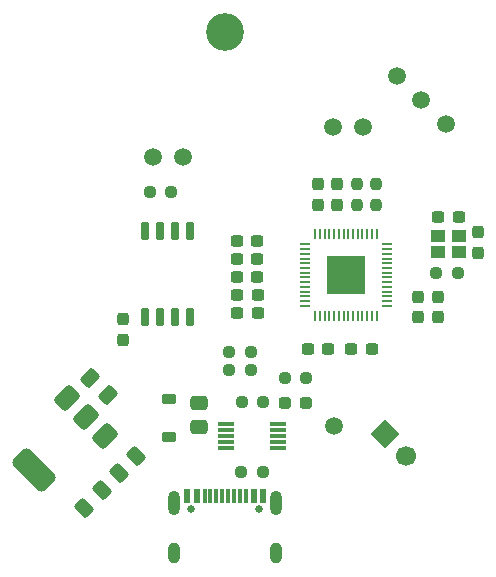
<source format=gbs>
G04 #@! TF.GenerationSoftware,KiCad,Pcbnew,7.0.10*
G04 #@! TF.CreationDate,2024-04-20T00:48:07+02:00*
G04 #@! TF.ProjectId,ledDisplay,6c656444-6973-4706-9c61-792e6b696361,rev?*
G04 #@! TF.SameCoordinates,Original*
G04 #@! TF.FileFunction,Soldermask,Bot*
G04 #@! TF.FilePolarity,Negative*
%FSLAX46Y46*%
G04 Gerber Fmt 4.6, Leading zero omitted, Abs format (unit mm)*
G04 Created by KiCad (PCBNEW 7.0.10) date 2024-04-20 00:48:07*
%MOMM*%
%LPD*%
G01*
G04 APERTURE LIST*
G04 Aperture macros list*
%AMRoundRect*
0 Rectangle with rounded corners*
0 $1 Rounding radius*
0 $2 $3 $4 $5 $6 $7 $8 $9 X,Y pos of 4 corners*
0 Add a 4 corners polygon primitive as box body*
4,1,4,$2,$3,$4,$5,$6,$7,$8,$9,$2,$3,0*
0 Add four circle primitives for the rounded corners*
1,1,$1+$1,$2,$3*
1,1,$1+$1,$4,$5*
1,1,$1+$1,$6,$7*
1,1,$1+$1,$8,$9*
0 Add four rect primitives between the rounded corners*
20,1,$1+$1,$2,$3,$4,$5,0*
20,1,$1+$1,$4,$5,$6,$7,0*
20,1,$1+$1,$6,$7,$8,$9,0*
20,1,$1+$1,$8,$9,$2,$3,0*%
%AMHorizOval*
0 Thick line with rounded ends*
0 $1 width*
0 $2 $3 position (X,Y) of the first rounded end (center of the circle)*
0 $4 $5 position (X,Y) of the second rounded end (center of the circle)*
0 Add line between two ends*
20,1,$1,$2,$3,$4,$5,0*
0 Add two circle primitives to create the rounded ends*
1,1,$1,$2,$3*
1,1,$1,$4,$5*%
%AMRotRect*
0 Rectangle, with rotation*
0 The origin of the aperture is its center*
0 $1 length*
0 $2 width*
0 $3 Rotation angle, in degrees counterclockwise*
0 Add horizontal line*
21,1,$1,$2,0,0,$3*%
G04 Aperture macros list end*
%ADD10C,3.200000*%
%ADD11C,1.500000*%
%ADD12RoundRect,0.237500X0.300000X0.237500X-0.300000X0.237500X-0.300000X-0.237500X0.300000X-0.237500X0*%
%ADD13RoundRect,0.237500X-0.250000X-0.237500X0.250000X-0.237500X0.250000X0.237500X-0.250000X0.237500X0*%
%ADD14R,1.150000X1.000000*%
%ADD15RoundRect,0.250000X-0.097227X0.574524X-0.574524X0.097227X0.097227X-0.574524X0.574524X-0.097227X0*%
%ADD16R,1.400000X0.300000*%
%ADD17RoundRect,0.237500X-0.237500X0.300000X-0.237500X-0.300000X0.237500X-0.300000X0.237500X0.300000X0*%
%ADD18RoundRect,0.237500X-0.300000X-0.237500X0.300000X-0.237500X0.300000X0.237500X-0.300000X0.237500X0*%
%ADD19RoundRect,0.150000X-0.150000X0.650000X-0.150000X-0.650000X0.150000X-0.650000X0.150000X0.650000X0*%
%ADD20RoundRect,0.237500X-0.287500X-0.237500X0.287500X-0.237500X0.287500X0.237500X-0.287500X0.237500X0*%
%ADD21RoundRect,0.225000X-0.375000X0.225000X-0.375000X-0.225000X0.375000X-0.225000X0.375000X0.225000X0*%
%ADD22RoundRect,0.237500X0.237500X-0.300000X0.237500X0.300000X-0.237500X0.300000X-0.237500X-0.300000X0*%
%ADD23RoundRect,0.237500X0.237500X-0.250000X0.237500X0.250000X-0.237500X0.250000X-0.237500X-0.250000X0*%
%ADD24RotRect,1.700000X1.700000X225.000000*%
%ADD25HorizOval,1.700000X0.000000X0.000000X0.000000X0.000000X0*%
%ADD26RoundRect,0.250000X0.475000X-0.337500X0.475000X0.337500X-0.475000X0.337500X-0.475000X-0.337500X0*%
%ADD27RoundRect,0.250000X0.574524X0.097227X0.097227X0.574524X-0.574524X-0.097227X-0.097227X-0.574524X0*%
%ADD28RoundRect,0.237500X0.250000X0.237500X-0.250000X0.237500X-0.250000X-0.237500X0.250000X-0.237500X0*%
%ADD29RoundRect,0.250000X0.097227X-0.574524X0.574524X-0.097227X-0.097227X0.574524X-0.574524X0.097227X0*%
%ADD30RoundRect,0.375000X0.176777X0.707107X-0.707107X-0.176777X-0.176777X-0.707107X0.707107X0.176777X0*%
%ADD31RoundRect,0.500000X-0.636396X1.343503X-1.343503X0.636396X0.636396X-1.343503X1.343503X-0.636396X0*%
%ADD32C,0.650000*%
%ADD33R,0.600000X1.240000*%
%ADD34R,0.300000X1.240000*%
%ADD35O,1.000000X1.800000*%
%ADD36O,1.000000X2.100000*%
%ADD37RoundRect,0.050000X-0.050000X0.387500X-0.050000X-0.387500X0.050000X-0.387500X0.050000X0.387500X0*%
%ADD38RoundRect,0.050000X-0.387500X0.050000X-0.387500X-0.050000X0.387500X-0.050000X0.387500X0.050000X0*%
%ADD39R,3.200000X3.200000*%
G04 APERTURE END LIST*
D10*
X173000000Y-66000000D03*
D11*
X189611000Y-71755000D03*
D12*
X175715000Y-86741000D03*
X173990000Y-86741000D03*
D13*
X190857500Y-86360000D03*
X192682500Y-86360000D03*
D11*
X166878000Y-76581000D03*
D14*
X192772000Y-84647000D03*
X191022000Y-84647000D03*
X191022000Y-83247000D03*
X192772000Y-83247000D03*
D15*
X162531623Y-104803377D03*
X161064377Y-106270623D03*
D16*
X173101000Y-101203000D03*
X173101000Y-100703000D03*
X173101000Y-100203000D03*
X173101000Y-99703000D03*
X173101000Y-99203000D03*
X177501000Y-99203000D03*
X177501000Y-99703000D03*
X177501000Y-100203000D03*
X177501000Y-100703000D03*
X177501000Y-101203000D03*
D17*
X191008000Y-88418500D03*
X191008000Y-90143500D03*
D11*
X184658000Y-74041000D03*
D18*
X179985500Y-92837000D03*
X181710500Y-92837000D03*
D19*
X166243000Y-82887000D03*
X167513000Y-82887000D03*
X168783000Y-82887000D03*
X170053000Y-82887000D03*
X170053000Y-90087000D03*
X168783000Y-90087000D03*
X167513000Y-90087000D03*
X166243000Y-90087000D03*
D20*
X178068000Y-97409000D03*
X179818000Y-97409000D03*
D12*
X175741500Y-89789000D03*
X174016500Y-89789000D03*
D11*
X169418000Y-76581000D03*
X191676459Y-73820459D03*
D21*
X168275000Y-97029000D03*
X168275000Y-100329000D03*
D12*
X175741500Y-88265000D03*
X174016500Y-88265000D03*
D13*
X178030500Y-95250000D03*
X179855500Y-95250000D03*
D22*
X182499000Y-80618500D03*
X182499000Y-78893500D03*
D12*
X192759500Y-81661000D03*
X191034500Y-81661000D03*
D23*
X184150000Y-80668500D03*
X184150000Y-78843500D03*
D11*
X182118000Y-74041000D03*
D24*
X186544949Y-100057949D03*
D25*
X188341000Y-101854000D03*
D17*
X164338000Y-90323500D03*
X164338000Y-92048500D03*
D26*
X170815000Y-99462500D03*
X170815000Y-97387500D03*
D13*
X174347500Y-103251000D03*
X176172500Y-103251000D03*
D17*
X194437000Y-82957500D03*
X194437000Y-84682500D03*
D11*
X182245000Y-99314000D03*
D27*
X163039623Y-96745623D03*
X161572377Y-95278377D03*
D12*
X185393500Y-92837000D03*
X183668500Y-92837000D03*
D22*
X180848000Y-80618500D03*
X180848000Y-78893500D03*
D28*
X168425500Y-79502000D03*
X166600500Y-79502000D03*
D11*
X187545541Y-69689541D03*
D12*
X175715000Y-85217000D03*
X173990000Y-85217000D03*
D29*
X163985377Y-103349623D03*
X165452623Y-101882377D03*
D30*
X159605041Y-96984268D03*
X161231386Y-98610614D03*
D31*
X156776614Y-103065386D03*
D30*
X162857732Y-100236959D03*
D32*
X175890000Y-106395000D03*
X170110000Y-106395000D03*
D33*
X176200000Y-105275000D03*
X175400000Y-105275000D03*
D34*
X174250000Y-105275000D03*
X173250000Y-105275000D03*
X172750000Y-105275000D03*
X171750000Y-105275000D03*
D33*
X170600000Y-105275000D03*
X169800000Y-105275000D03*
X169800000Y-105275000D03*
X170600000Y-105275000D03*
D34*
X171250000Y-105275000D03*
X172250000Y-105275000D03*
X173750000Y-105275000D03*
X174750000Y-105275000D03*
D33*
X175400000Y-105275000D03*
X176200000Y-105275000D03*
D35*
X177320000Y-110075000D03*
D36*
X177320000Y-105875000D03*
D35*
X168680000Y-110075000D03*
D36*
X168680000Y-105875000D03*
D23*
X185801000Y-80668500D03*
X185801000Y-78843500D03*
D37*
X180623000Y-83138500D03*
X181023000Y-83138500D03*
X181423000Y-83138500D03*
X181823000Y-83138500D03*
X182223000Y-83138500D03*
X182623000Y-83138500D03*
X183023000Y-83138500D03*
X183423000Y-83138500D03*
X183823000Y-83138500D03*
X184223000Y-83138500D03*
X184623000Y-83138500D03*
X185023000Y-83138500D03*
X185423000Y-83138500D03*
X185823000Y-83138500D03*
D38*
X186660500Y-83976000D03*
X186660500Y-84376000D03*
X186660500Y-84776000D03*
X186660500Y-85176000D03*
X186660500Y-85576000D03*
X186660500Y-85976000D03*
X186660500Y-86376000D03*
X186660500Y-86776000D03*
X186660500Y-87176000D03*
X186660500Y-87576000D03*
X186660500Y-87976000D03*
X186660500Y-88376000D03*
X186660500Y-88776000D03*
X186660500Y-89176000D03*
D37*
X185823000Y-90013500D03*
X185423000Y-90013500D03*
X185023000Y-90013500D03*
X184623000Y-90013500D03*
X184223000Y-90013500D03*
X183823000Y-90013500D03*
X183423000Y-90013500D03*
X183023000Y-90013500D03*
X182623000Y-90013500D03*
X182223000Y-90013500D03*
X181823000Y-90013500D03*
X181423000Y-90013500D03*
X181023000Y-90013500D03*
X180623000Y-90013500D03*
D38*
X179785500Y-89176000D03*
X179785500Y-88776000D03*
X179785500Y-88376000D03*
X179785500Y-87976000D03*
X179785500Y-87576000D03*
X179785500Y-87176000D03*
X179785500Y-86776000D03*
X179785500Y-86376000D03*
X179785500Y-85976000D03*
X179785500Y-85576000D03*
X179785500Y-85176000D03*
X179785500Y-84776000D03*
X179785500Y-84376000D03*
X179785500Y-83976000D03*
D39*
X183223000Y-86576000D03*
D12*
X175715000Y-83693000D03*
X173990000Y-83693000D03*
D28*
X176213500Y-97329318D03*
X174388500Y-97329318D03*
D13*
X173331500Y-94615000D03*
X175156500Y-94615000D03*
D17*
X189357000Y-88418500D03*
X189357000Y-90143500D03*
D13*
X173331500Y-93091000D03*
X175156500Y-93091000D03*
M02*

</source>
